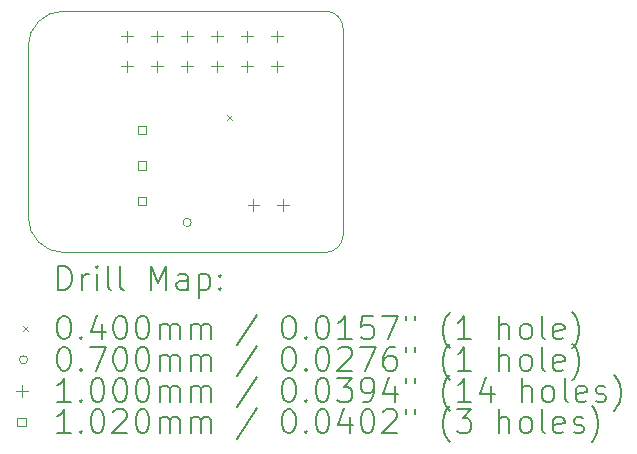
<source format=gbr>
%TF.GenerationSoftware,KiCad,Pcbnew,7.0.10*%
%TF.CreationDate,2024-02-05T22:52:13+01:00*%
%TF.ProjectId,PowerPCB,506f7765-7250-4434-922e-6b696361645f,rev?*%
%TF.SameCoordinates,Original*%
%TF.FileFunction,Drillmap*%
%TF.FilePolarity,Positive*%
%FSLAX45Y45*%
G04 Gerber Fmt 4.5, Leading zero omitted, Abs format (unit mm)*
G04 Created by KiCad (PCBNEW 7.0.10) date 2024-02-05 22:52:13*
%MOMM*%
%LPD*%
G01*
G04 APERTURE LIST*
%ADD10C,0.100000*%
%ADD11C,0.200000*%
%ADD12C,0.102000*%
G04 APERTURE END LIST*
D10*
X10000000Y-6144000D02*
G75*
G03*
X10300000Y-6444000I300000J0D01*
G01*
X12667000Y-4550000D02*
G75*
G03*
X12517000Y-4400000I-150000J0D01*
G01*
X10000000Y-4700000D02*
X10000000Y-6144000D01*
X12517000Y-6444000D02*
G75*
G03*
X12667000Y-6294000I-1200J151200D01*
G01*
X10300000Y-4400000D02*
G75*
G03*
X10000000Y-4700000I0J-300000D01*
G01*
X10300000Y-6444000D02*
X12517000Y-6444000D01*
X12667000Y-4550000D02*
X12667000Y-6294000D01*
X12517000Y-4400000D02*
X10300000Y-4400000D01*
D11*
D10*
X11681800Y-5281000D02*
X11721800Y-5321000D01*
X11721800Y-5281000D02*
X11681800Y-5321000D01*
X11381200Y-6190000D02*
G75*
G03*
X11311200Y-6190000I-35000J0D01*
G01*
X11311200Y-6190000D02*
G75*
G03*
X11381200Y-6190000I35000J0D01*
G01*
X10838200Y-4565200D02*
X10838200Y-4665200D01*
X10788200Y-4615200D02*
X10888200Y-4615200D01*
X10838200Y-4819200D02*
X10838200Y-4919200D01*
X10788200Y-4869200D02*
X10888200Y-4869200D01*
X11092200Y-4565200D02*
X11092200Y-4665200D01*
X11042200Y-4615200D02*
X11142200Y-4615200D01*
X11092200Y-4819200D02*
X11092200Y-4919200D01*
X11042200Y-4869200D02*
X11142200Y-4869200D01*
X11346200Y-4565200D02*
X11346200Y-4665200D01*
X11296200Y-4615200D02*
X11396200Y-4615200D01*
X11346200Y-4819200D02*
X11346200Y-4919200D01*
X11296200Y-4869200D02*
X11396200Y-4869200D01*
X11600200Y-4565200D02*
X11600200Y-4665200D01*
X11550200Y-4615200D02*
X11650200Y-4615200D01*
X11600200Y-4819200D02*
X11600200Y-4919200D01*
X11550200Y-4869200D02*
X11650200Y-4869200D01*
X11854200Y-4565200D02*
X11854200Y-4665200D01*
X11804200Y-4615200D02*
X11904200Y-4615200D01*
X11854200Y-4819200D02*
X11854200Y-4919200D01*
X11804200Y-4869200D02*
X11904200Y-4869200D01*
X11907000Y-5989300D02*
X11907000Y-6089300D01*
X11857000Y-6039300D02*
X11957000Y-6039300D01*
X12108200Y-4565200D02*
X12108200Y-4665200D01*
X12058200Y-4615200D02*
X12158200Y-4615200D01*
X12108200Y-4819200D02*
X12108200Y-4919200D01*
X12058200Y-4869200D02*
X12158200Y-4869200D01*
X12157000Y-5989300D02*
X12157000Y-6089300D01*
X12107000Y-6039300D02*
X12207000Y-6039300D01*
D12*
X11001463Y-5443463D02*
X11001463Y-5371337D01*
X10929337Y-5371337D01*
X10929337Y-5443463D01*
X11001463Y-5443463D01*
X11001463Y-5743463D02*
X11001463Y-5671337D01*
X10929337Y-5671337D01*
X10929337Y-5743463D01*
X11001463Y-5743463D01*
X11001463Y-6043463D02*
X11001463Y-5971337D01*
X10929337Y-5971337D01*
X10929337Y-6043463D01*
X11001463Y-6043463D01*
D11*
X10255777Y-6760484D02*
X10255777Y-6560484D01*
X10255777Y-6560484D02*
X10303396Y-6560484D01*
X10303396Y-6560484D02*
X10331967Y-6570008D01*
X10331967Y-6570008D02*
X10351015Y-6589055D01*
X10351015Y-6589055D02*
X10360539Y-6608103D01*
X10360539Y-6608103D02*
X10370063Y-6646198D01*
X10370063Y-6646198D02*
X10370063Y-6674769D01*
X10370063Y-6674769D02*
X10360539Y-6712865D01*
X10360539Y-6712865D02*
X10351015Y-6731912D01*
X10351015Y-6731912D02*
X10331967Y-6750960D01*
X10331967Y-6750960D02*
X10303396Y-6760484D01*
X10303396Y-6760484D02*
X10255777Y-6760484D01*
X10455777Y-6760484D02*
X10455777Y-6627150D01*
X10455777Y-6665246D02*
X10465301Y-6646198D01*
X10465301Y-6646198D02*
X10474824Y-6636674D01*
X10474824Y-6636674D02*
X10493872Y-6627150D01*
X10493872Y-6627150D02*
X10512920Y-6627150D01*
X10579586Y-6760484D02*
X10579586Y-6627150D01*
X10579586Y-6560484D02*
X10570063Y-6570008D01*
X10570063Y-6570008D02*
X10579586Y-6579531D01*
X10579586Y-6579531D02*
X10589110Y-6570008D01*
X10589110Y-6570008D02*
X10579586Y-6560484D01*
X10579586Y-6560484D02*
X10579586Y-6579531D01*
X10703396Y-6760484D02*
X10684348Y-6750960D01*
X10684348Y-6750960D02*
X10674824Y-6731912D01*
X10674824Y-6731912D02*
X10674824Y-6560484D01*
X10808158Y-6760484D02*
X10789110Y-6750960D01*
X10789110Y-6750960D02*
X10779586Y-6731912D01*
X10779586Y-6731912D02*
X10779586Y-6560484D01*
X11036729Y-6760484D02*
X11036729Y-6560484D01*
X11036729Y-6560484D02*
X11103396Y-6703341D01*
X11103396Y-6703341D02*
X11170063Y-6560484D01*
X11170063Y-6560484D02*
X11170063Y-6760484D01*
X11351015Y-6760484D02*
X11351015Y-6655722D01*
X11351015Y-6655722D02*
X11341491Y-6636674D01*
X11341491Y-6636674D02*
X11322443Y-6627150D01*
X11322443Y-6627150D02*
X11284348Y-6627150D01*
X11284348Y-6627150D02*
X11265301Y-6636674D01*
X11351015Y-6750960D02*
X11331967Y-6760484D01*
X11331967Y-6760484D02*
X11284348Y-6760484D01*
X11284348Y-6760484D02*
X11265301Y-6750960D01*
X11265301Y-6750960D02*
X11255777Y-6731912D01*
X11255777Y-6731912D02*
X11255777Y-6712865D01*
X11255777Y-6712865D02*
X11265301Y-6693817D01*
X11265301Y-6693817D02*
X11284348Y-6684293D01*
X11284348Y-6684293D02*
X11331967Y-6684293D01*
X11331967Y-6684293D02*
X11351015Y-6674769D01*
X11446253Y-6627150D02*
X11446253Y-6827150D01*
X11446253Y-6636674D02*
X11465301Y-6627150D01*
X11465301Y-6627150D02*
X11503396Y-6627150D01*
X11503396Y-6627150D02*
X11522443Y-6636674D01*
X11522443Y-6636674D02*
X11531967Y-6646198D01*
X11531967Y-6646198D02*
X11541491Y-6665246D01*
X11541491Y-6665246D02*
X11541491Y-6722388D01*
X11541491Y-6722388D02*
X11531967Y-6741436D01*
X11531967Y-6741436D02*
X11522443Y-6750960D01*
X11522443Y-6750960D02*
X11503396Y-6760484D01*
X11503396Y-6760484D02*
X11465301Y-6760484D01*
X11465301Y-6760484D02*
X11446253Y-6750960D01*
X11627205Y-6741436D02*
X11636729Y-6750960D01*
X11636729Y-6750960D02*
X11627205Y-6760484D01*
X11627205Y-6760484D02*
X11617682Y-6750960D01*
X11617682Y-6750960D02*
X11627205Y-6741436D01*
X11627205Y-6741436D02*
X11627205Y-6760484D01*
X11627205Y-6636674D02*
X11636729Y-6646198D01*
X11636729Y-6646198D02*
X11627205Y-6655722D01*
X11627205Y-6655722D02*
X11617682Y-6646198D01*
X11617682Y-6646198D02*
X11627205Y-6636674D01*
X11627205Y-6636674D02*
X11627205Y-6655722D01*
D10*
X9955000Y-7069000D02*
X9995000Y-7109000D01*
X9995000Y-7069000D02*
X9955000Y-7109000D01*
D11*
X10293872Y-6980484D02*
X10312920Y-6980484D01*
X10312920Y-6980484D02*
X10331967Y-6990008D01*
X10331967Y-6990008D02*
X10341491Y-6999531D01*
X10341491Y-6999531D02*
X10351015Y-7018579D01*
X10351015Y-7018579D02*
X10360539Y-7056674D01*
X10360539Y-7056674D02*
X10360539Y-7104293D01*
X10360539Y-7104293D02*
X10351015Y-7142388D01*
X10351015Y-7142388D02*
X10341491Y-7161436D01*
X10341491Y-7161436D02*
X10331967Y-7170960D01*
X10331967Y-7170960D02*
X10312920Y-7180484D01*
X10312920Y-7180484D02*
X10293872Y-7180484D01*
X10293872Y-7180484D02*
X10274824Y-7170960D01*
X10274824Y-7170960D02*
X10265301Y-7161436D01*
X10265301Y-7161436D02*
X10255777Y-7142388D01*
X10255777Y-7142388D02*
X10246253Y-7104293D01*
X10246253Y-7104293D02*
X10246253Y-7056674D01*
X10246253Y-7056674D02*
X10255777Y-7018579D01*
X10255777Y-7018579D02*
X10265301Y-6999531D01*
X10265301Y-6999531D02*
X10274824Y-6990008D01*
X10274824Y-6990008D02*
X10293872Y-6980484D01*
X10446253Y-7161436D02*
X10455777Y-7170960D01*
X10455777Y-7170960D02*
X10446253Y-7180484D01*
X10446253Y-7180484D02*
X10436729Y-7170960D01*
X10436729Y-7170960D02*
X10446253Y-7161436D01*
X10446253Y-7161436D02*
X10446253Y-7180484D01*
X10627205Y-7047150D02*
X10627205Y-7180484D01*
X10579586Y-6970960D02*
X10531967Y-7113817D01*
X10531967Y-7113817D02*
X10655777Y-7113817D01*
X10770063Y-6980484D02*
X10789110Y-6980484D01*
X10789110Y-6980484D02*
X10808158Y-6990008D01*
X10808158Y-6990008D02*
X10817682Y-6999531D01*
X10817682Y-6999531D02*
X10827205Y-7018579D01*
X10827205Y-7018579D02*
X10836729Y-7056674D01*
X10836729Y-7056674D02*
X10836729Y-7104293D01*
X10836729Y-7104293D02*
X10827205Y-7142388D01*
X10827205Y-7142388D02*
X10817682Y-7161436D01*
X10817682Y-7161436D02*
X10808158Y-7170960D01*
X10808158Y-7170960D02*
X10789110Y-7180484D01*
X10789110Y-7180484D02*
X10770063Y-7180484D01*
X10770063Y-7180484D02*
X10751015Y-7170960D01*
X10751015Y-7170960D02*
X10741491Y-7161436D01*
X10741491Y-7161436D02*
X10731967Y-7142388D01*
X10731967Y-7142388D02*
X10722444Y-7104293D01*
X10722444Y-7104293D02*
X10722444Y-7056674D01*
X10722444Y-7056674D02*
X10731967Y-7018579D01*
X10731967Y-7018579D02*
X10741491Y-6999531D01*
X10741491Y-6999531D02*
X10751015Y-6990008D01*
X10751015Y-6990008D02*
X10770063Y-6980484D01*
X10960539Y-6980484D02*
X10979586Y-6980484D01*
X10979586Y-6980484D02*
X10998634Y-6990008D01*
X10998634Y-6990008D02*
X11008158Y-6999531D01*
X11008158Y-6999531D02*
X11017682Y-7018579D01*
X11017682Y-7018579D02*
X11027205Y-7056674D01*
X11027205Y-7056674D02*
X11027205Y-7104293D01*
X11027205Y-7104293D02*
X11017682Y-7142388D01*
X11017682Y-7142388D02*
X11008158Y-7161436D01*
X11008158Y-7161436D02*
X10998634Y-7170960D01*
X10998634Y-7170960D02*
X10979586Y-7180484D01*
X10979586Y-7180484D02*
X10960539Y-7180484D01*
X10960539Y-7180484D02*
X10941491Y-7170960D01*
X10941491Y-7170960D02*
X10931967Y-7161436D01*
X10931967Y-7161436D02*
X10922444Y-7142388D01*
X10922444Y-7142388D02*
X10912920Y-7104293D01*
X10912920Y-7104293D02*
X10912920Y-7056674D01*
X10912920Y-7056674D02*
X10922444Y-7018579D01*
X10922444Y-7018579D02*
X10931967Y-6999531D01*
X10931967Y-6999531D02*
X10941491Y-6990008D01*
X10941491Y-6990008D02*
X10960539Y-6980484D01*
X11112920Y-7180484D02*
X11112920Y-7047150D01*
X11112920Y-7066198D02*
X11122444Y-7056674D01*
X11122444Y-7056674D02*
X11141491Y-7047150D01*
X11141491Y-7047150D02*
X11170063Y-7047150D01*
X11170063Y-7047150D02*
X11189110Y-7056674D01*
X11189110Y-7056674D02*
X11198634Y-7075722D01*
X11198634Y-7075722D02*
X11198634Y-7180484D01*
X11198634Y-7075722D02*
X11208158Y-7056674D01*
X11208158Y-7056674D02*
X11227205Y-7047150D01*
X11227205Y-7047150D02*
X11255777Y-7047150D01*
X11255777Y-7047150D02*
X11274824Y-7056674D01*
X11274824Y-7056674D02*
X11284348Y-7075722D01*
X11284348Y-7075722D02*
X11284348Y-7180484D01*
X11379586Y-7180484D02*
X11379586Y-7047150D01*
X11379586Y-7066198D02*
X11389110Y-7056674D01*
X11389110Y-7056674D02*
X11408158Y-7047150D01*
X11408158Y-7047150D02*
X11436729Y-7047150D01*
X11436729Y-7047150D02*
X11455777Y-7056674D01*
X11455777Y-7056674D02*
X11465301Y-7075722D01*
X11465301Y-7075722D02*
X11465301Y-7180484D01*
X11465301Y-7075722D02*
X11474824Y-7056674D01*
X11474824Y-7056674D02*
X11493872Y-7047150D01*
X11493872Y-7047150D02*
X11522443Y-7047150D01*
X11522443Y-7047150D02*
X11541491Y-7056674D01*
X11541491Y-7056674D02*
X11551015Y-7075722D01*
X11551015Y-7075722D02*
X11551015Y-7180484D01*
X11941491Y-6970960D02*
X11770063Y-7228103D01*
X12198634Y-6980484D02*
X12217682Y-6980484D01*
X12217682Y-6980484D02*
X12236729Y-6990008D01*
X12236729Y-6990008D02*
X12246253Y-6999531D01*
X12246253Y-6999531D02*
X12255777Y-7018579D01*
X12255777Y-7018579D02*
X12265301Y-7056674D01*
X12265301Y-7056674D02*
X12265301Y-7104293D01*
X12265301Y-7104293D02*
X12255777Y-7142388D01*
X12255777Y-7142388D02*
X12246253Y-7161436D01*
X12246253Y-7161436D02*
X12236729Y-7170960D01*
X12236729Y-7170960D02*
X12217682Y-7180484D01*
X12217682Y-7180484D02*
X12198634Y-7180484D01*
X12198634Y-7180484D02*
X12179586Y-7170960D01*
X12179586Y-7170960D02*
X12170063Y-7161436D01*
X12170063Y-7161436D02*
X12160539Y-7142388D01*
X12160539Y-7142388D02*
X12151015Y-7104293D01*
X12151015Y-7104293D02*
X12151015Y-7056674D01*
X12151015Y-7056674D02*
X12160539Y-7018579D01*
X12160539Y-7018579D02*
X12170063Y-6999531D01*
X12170063Y-6999531D02*
X12179586Y-6990008D01*
X12179586Y-6990008D02*
X12198634Y-6980484D01*
X12351015Y-7161436D02*
X12360539Y-7170960D01*
X12360539Y-7170960D02*
X12351015Y-7180484D01*
X12351015Y-7180484D02*
X12341491Y-7170960D01*
X12341491Y-7170960D02*
X12351015Y-7161436D01*
X12351015Y-7161436D02*
X12351015Y-7180484D01*
X12484348Y-6980484D02*
X12503396Y-6980484D01*
X12503396Y-6980484D02*
X12522444Y-6990008D01*
X12522444Y-6990008D02*
X12531967Y-6999531D01*
X12531967Y-6999531D02*
X12541491Y-7018579D01*
X12541491Y-7018579D02*
X12551015Y-7056674D01*
X12551015Y-7056674D02*
X12551015Y-7104293D01*
X12551015Y-7104293D02*
X12541491Y-7142388D01*
X12541491Y-7142388D02*
X12531967Y-7161436D01*
X12531967Y-7161436D02*
X12522444Y-7170960D01*
X12522444Y-7170960D02*
X12503396Y-7180484D01*
X12503396Y-7180484D02*
X12484348Y-7180484D01*
X12484348Y-7180484D02*
X12465301Y-7170960D01*
X12465301Y-7170960D02*
X12455777Y-7161436D01*
X12455777Y-7161436D02*
X12446253Y-7142388D01*
X12446253Y-7142388D02*
X12436729Y-7104293D01*
X12436729Y-7104293D02*
X12436729Y-7056674D01*
X12436729Y-7056674D02*
X12446253Y-7018579D01*
X12446253Y-7018579D02*
X12455777Y-6999531D01*
X12455777Y-6999531D02*
X12465301Y-6990008D01*
X12465301Y-6990008D02*
X12484348Y-6980484D01*
X12741491Y-7180484D02*
X12627206Y-7180484D01*
X12684348Y-7180484D02*
X12684348Y-6980484D01*
X12684348Y-6980484D02*
X12665301Y-7009055D01*
X12665301Y-7009055D02*
X12646253Y-7028103D01*
X12646253Y-7028103D02*
X12627206Y-7037627D01*
X12922444Y-6980484D02*
X12827206Y-6980484D01*
X12827206Y-6980484D02*
X12817682Y-7075722D01*
X12817682Y-7075722D02*
X12827206Y-7066198D01*
X12827206Y-7066198D02*
X12846253Y-7056674D01*
X12846253Y-7056674D02*
X12893872Y-7056674D01*
X12893872Y-7056674D02*
X12912920Y-7066198D01*
X12912920Y-7066198D02*
X12922444Y-7075722D01*
X12922444Y-7075722D02*
X12931967Y-7094769D01*
X12931967Y-7094769D02*
X12931967Y-7142388D01*
X12931967Y-7142388D02*
X12922444Y-7161436D01*
X12922444Y-7161436D02*
X12912920Y-7170960D01*
X12912920Y-7170960D02*
X12893872Y-7180484D01*
X12893872Y-7180484D02*
X12846253Y-7180484D01*
X12846253Y-7180484D02*
X12827206Y-7170960D01*
X12827206Y-7170960D02*
X12817682Y-7161436D01*
X12998634Y-6980484D02*
X13131967Y-6980484D01*
X13131967Y-6980484D02*
X13046253Y-7180484D01*
X13198634Y-6980484D02*
X13198634Y-7018579D01*
X13274825Y-6980484D02*
X13274825Y-7018579D01*
X13570063Y-7256674D02*
X13560539Y-7247150D01*
X13560539Y-7247150D02*
X13541491Y-7218579D01*
X13541491Y-7218579D02*
X13531968Y-7199531D01*
X13531968Y-7199531D02*
X13522444Y-7170960D01*
X13522444Y-7170960D02*
X13512920Y-7123341D01*
X13512920Y-7123341D02*
X13512920Y-7085246D01*
X13512920Y-7085246D02*
X13522444Y-7037627D01*
X13522444Y-7037627D02*
X13531968Y-7009055D01*
X13531968Y-7009055D02*
X13541491Y-6990008D01*
X13541491Y-6990008D02*
X13560539Y-6961436D01*
X13560539Y-6961436D02*
X13570063Y-6951912D01*
X13751015Y-7180484D02*
X13636729Y-7180484D01*
X13693872Y-7180484D02*
X13693872Y-6980484D01*
X13693872Y-6980484D02*
X13674825Y-7009055D01*
X13674825Y-7009055D02*
X13655777Y-7028103D01*
X13655777Y-7028103D02*
X13636729Y-7037627D01*
X13989110Y-7180484D02*
X13989110Y-6980484D01*
X14074825Y-7180484D02*
X14074825Y-7075722D01*
X14074825Y-7075722D02*
X14065301Y-7056674D01*
X14065301Y-7056674D02*
X14046253Y-7047150D01*
X14046253Y-7047150D02*
X14017682Y-7047150D01*
X14017682Y-7047150D02*
X13998634Y-7056674D01*
X13998634Y-7056674D02*
X13989110Y-7066198D01*
X14198634Y-7180484D02*
X14179587Y-7170960D01*
X14179587Y-7170960D02*
X14170063Y-7161436D01*
X14170063Y-7161436D02*
X14160539Y-7142388D01*
X14160539Y-7142388D02*
X14160539Y-7085246D01*
X14160539Y-7085246D02*
X14170063Y-7066198D01*
X14170063Y-7066198D02*
X14179587Y-7056674D01*
X14179587Y-7056674D02*
X14198634Y-7047150D01*
X14198634Y-7047150D02*
X14227206Y-7047150D01*
X14227206Y-7047150D02*
X14246253Y-7056674D01*
X14246253Y-7056674D02*
X14255777Y-7066198D01*
X14255777Y-7066198D02*
X14265301Y-7085246D01*
X14265301Y-7085246D02*
X14265301Y-7142388D01*
X14265301Y-7142388D02*
X14255777Y-7161436D01*
X14255777Y-7161436D02*
X14246253Y-7170960D01*
X14246253Y-7170960D02*
X14227206Y-7180484D01*
X14227206Y-7180484D02*
X14198634Y-7180484D01*
X14379587Y-7180484D02*
X14360539Y-7170960D01*
X14360539Y-7170960D02*
X14351015Y-7151912D01*
X14351015Y-7151912D02*
X14351015Y-6980484D01*
X14531968Y-7170960D02*
X14512920Y-7180484D01*
X14512920Y-7180484D02*
X14474825Y-7180484D01*
X14474825Y-7180484D02*
X14455777Y-7170960D01*
X14455777Y-7170960D02*
X14446253Y-7151912D01*
X14446253Y-7151912D02*
X14446253Y-7075722D01*
X14446253Y-7075722D02*
X14455777Y-7056674D01*
X14455777Y-7056674D02*
X14474825Y-7047150D01*
X14474825Y-7047150D02*
X14512920Y-7047150D01*
X14512920Y-7047150D02*
X14531968Y-7056674D01*
X14531968Y-7056674D02*
X14541491Y-7075722D01*
X14541491Y-7075722D02*
X14541491Y-7094769D01*
X14541491Y-7094769D02*
X14446253Y-7113817D01*
X14608158Y-7256674D02*
X14617682Y-7247150D01*
X14617682Y-7247150D02*
X14636730Y-7218579D01*
X14636730Y-7218579D02*
X14646253Y-7199531D01*
X14646253Y-7199531D02*
X14655777Y-7170960D01*
X14655777Y-7170960D02*
X14665301Y-7123341D01*
X14665301Y-7123341D02*
X14665301Y-7085246D01*
X14665301Y-7085246D02*
X14655777Y-7037627D01*
X14655777Y-7037627D02*
X14646253Y-7009055D01*
X14646253Y-7009055D02*
X14636730Y-6990008D01*
X14636730Y-6990008D02*
X14617682Y-6961436D01*
X14617682Y-6961436D02*
X14608158Y-6951912D01*
D10*
X9995000Y-7353000D02*
G75*
G03*
X9925000Y-7353000I-35000J0D01*
G01*
X9925000Y-7353000D02*
G75*
G03*
X9995000Y-7353000I35000J0D01*
G01*
D11*
X10293872Y-7244484D02*
X10312920Y-7244484D01*
X10312920Y-7244484D02*
X10331967Y-7254008D01*
X10331967Y-7254008D02*
X10341491Y-7263531D01*
X10341491Y-7263531D02*
X10351015Y-7282579D01*
X10351015Y-7282579D02*
X10360539Y-7320674D01*
X10360539Y-7320674D02*
X10360539Y-7368293D01*
X10360539Y-7368293D02*
X10351015Y-7406388D01*
X10351015Y-7406388D02*
X10341491Y-7425436D01*
X10341491Y-7425436D02*
X10331967Y-7434960D01*
X10331967Y-7434960D02*
X10312920Y-7444484D01*
X10312920Y-7444484D02*
X10293872Y-7444484D01*
X10293872Y-7444484D02*
X10274824Y-7434960D01*
X10274824Y-7434960D02*
X10265301Y-7425436D01*
X10265301Y-7425436D02*
X10255777Y-7406388D01*
X10255777Y-7406388D02*
X10246253Y-7368293D01*
X10246253Y-7368293D02*
X10246253Y-7320674D01*
X10246253Y-7320674D02*
X10255777Y-7282579D01*
X10255777Y-7282579D02*
X10265301Y-7263531D01*
X10265301Y-7263531D02*
X10274824Y-7254008D01*
X10274824Y-7254008D02*
X10293872Y-7244484D01*
X10446253Y-7425436D02*
X10455777Y-7434960D01*
X10455777Y-7434960D02*
X10446253Y-7444484D01*
X10446253Y-7444484D02*
X10436729Y-7434960D01*
X10436729Y-7434960D02*
X10446253Y-7425436D01*
X10446253Y-7425436D02*
X10446253Y-7444484D01*
X10522444Y-7244484D02*
X10655777Y-7244484D01*
X10655777Y-7244484D02*
X10570063Y-7444484D01*
X10770063Y-7244484D02*
X10789110Y-7244484D01*
X10789110Y-7244484D02*
X10808158Y-7254008D01*
X10808158Y-7254008D02*
X10817682Y-7263531D01*
X10817682Y-7263531D02*
X10827205Y-7282579D01*
X10827205Y-7282579D02*
X10836729Y-7320674D01*
X10836729Y-7320674D02*
X10836729Y-7368293D01*
X10836729Y-7368293D02*
X10827205Y-7406388D01*
X10827205Y-7406388D02*
X10817682Y-7425436D01*
X10817682Y-7425436D02*
X10808158Y-7434960D01*
X10808158Y-7434960D02*
X10789110Y-7444484D01*
X10789110Y-7444484D02*
X10770063Y-7444484D01*
X10770063Y-7444484D02*
X10751015Y-7434960D01*
X10751015Y-7434960D02*
X10741491Y-7425436D01*
X10741491Y-7425436D02*
X10731967Y-7406388D01*
X10731967Y-7406388D02*
X10722444Y-7368293D01*
X10722444Y-7368293D02*
X10722444Y-7320674D01*
X10722444Y-7320674D02*
X10731967Y-7282579D01*
X10731967Y-7282579D02*
X10741491Y-7263531D01*
X10741491Y-7263531D02*
X10751015Y-7254008D01*
X10751015Y-7254008D02*
X10770063Y-7244484D01*
X10960539Y-7244484D02*
X10979586Y-7244484D01*
X10979586Y-7244484D02*
X10998634Y-7254008D01*
X10998634Y-7254008D02*
X11008158Y-7263531D01*
X11008158Y-7263531D02*
X11017682Y-7282579D01*
X11017682Y-7282579D02*
X11027205Y-7320674D01*
X11027205Y-7320674D02*
X11027205Y-7368293D01*
X11027205Y-7368293D02*
X11017682Y-7406388D01*
X11017682Y-7406388D02*
X11008158Y-7425436D01*
X11008158Y-7425436D02*
X10998634Y-7434960D01*
X10998634Y-7434960D02*
X10979586Y-7444484D01*
X10979586Y-7444484D02*
X10960539Y-7444484D01*
X10960539Y-7444484D02*
X10941491Y-7434960D01*
X10941491Y-7434960D02*
X10931967Y-7425436D01*
X10931967Y-7425436D02*
X10922444Y-7406388D01*
X10922444Y-7406388D02*
X10912920Y-7368293D01*
X10912920Y-7368293D02*
X10912920Y-7320674D01*
X10912920Y-7320674D02*
X10922444Y-7282579D01*
X10922444Y-7282579D02*
X10931967Y-7263531D01*
X10931967Y-7263531D02*
X10941491Y-7254008D01*
X10941491Y-7254008D02*
X10960539Y-7244484D01*
X11112920Y-7444484D02*
X11112920Y-7311150D01*
X11112920Y-7330198D02*
X11122444Y-7320674D01*
X11122444Y-7320674D02*
X11141491Y-7311150D01*
X11141491Y-7311150D02*
X11170063Y-7311150D01*
X11170063Y-7311150D02*
X11189110Y-7320674D01*
X11189110Y-7320674D02*
X11198634Y-7339722D01*
X11198634Y-7339722D02*
X11198634Y-7444484D01*
X11198634Y-7339722D02*
X11208158Y-7320674D01*
X11208158Y-7320674D02*
X11227205Y-7311150D01*
X11227205Y-7311150D02*
X11255777Y-7311150D01*
X11255777Y-7311150D02*
X11274824Y-7320674D01*
X11274824Y-7320674D02*
X11284348Y-7339722D01*
X11284348Y-7339722D02*
X11284348Y-7444484D01*
X11379586Y-7444484D02*
X11379586Y-7311150D01*
X11379586Y-7330198D02*
X11389110Y-7320674D01*
X11389110Y-7320674D02*
X11408158Y-7311150D01*
X11408158Y-7311150D02*
X11436729Y-7311150D01*
X11436729Y-7311150D02*
X11455777Y-7320674D01*
X11455777Y-7320674D02*
X11465301Y-7339722D01*
X11465301Y-7339722D02*
X11465301Y-7444484D01*
X11465301Y-7339722D02*
X11474824Y-7320674D01*
X11474824Y-7320674D02*
X11493872Y-7311150D01*
X11493872Y-7311150D02*
X11522443Y-7311150D01*
X11522443Y-7311150D02*
X11541491Y-7320674D01*
X11541491Y-7320674D02*
X11551015Y-7339722D01*
X11551015Y-7339722D02*
X11551015Y-7444484D01*
X11941491Y-7234960D02*
X11770063Y-7492103D01*
X12198634Y-7244484D02*
X12217682Y-7244484D01*
X12217682Y-7244484D02*
X12236729Y-7254008D01*
X12236729Y-7254008D02*
X12246253Y-7263531D01*
X12246253Y-7263531D02*
X12255777Y-7282579D01*
X12255777Y-7282579D02*
X12265301Y-7320674D01*
X12265301Y-7320674D02*
X12265301Y-7368293D01*
X12265301Y-7368293D02*
X12255777Y-7406388D01*
X12255777Y-7406388D02*
X12246253Y-7425436D01*
X12246253Y-7425436D02*
X12236729Y-7434960D01*
X12236729Y-7434960D02*
X12217682Y-7444484D01*
X12217682Y-7444484D02*
X12198634Y-7444484D01*
X12198634Y-7444484D02*
X12179586Y-7434960D01*
X12179586Y-7434960D02*
X12170063Y-7425436D01*
X12170063Y-7425436D02*
X12160539Y-7406388D01*
X12160539Y-7406388D02*
X12151015Y-7368293D01*
X12151015Y-7368293D02*
X12151015Y-7320674D01*
X12151015Y-7320674D02*
X12160539Y-7282579D01*
X12160539Y-7282579D02*
X12170063Y-7263531D01*
X12170063Y-7263531D02*
X12179586Y-7254008D01*
X12179586Y-7254008D02*
X12198634Y-7244484D01*
X12351015Y-7425436D02*
X12360539Y-7434960D01*
X12360539Y-7434960D02*
X12351015Y-7444484D01*
X12351015Y-7444484D02*
X12341491Y-7434960D01*
X12341491Y-7434960D02*
X12351015Y-7425436D01*
X12351015Y-7425436D02*
X12351015Y-7444484D01*
X12484348Y-7244484D02*
X12503396Y-7244484D01*
X12503396Y-7244484D02*
X12522444Y-7254008D01*
X12522444Y-7254008D02*
X12531967Y-7263531D01*
X12531967Y-7263531D02*
X12541491Y-7282579D01*
X12541491Y-7282579D02*
X12551015Y-7320674D01*
X12551015Y-7320674D02*
X12551015Y-7368293D01*
X12551015Y-7368293D02*
X12541491Y-7406388D01*
X12541491Y-7406388D02*
X12531967Y-7425436D01*
X12531967Y-7425436D02*
X12522444Y-7434960D01*
X12522444Y-7434960D02*
X12503396Y-7444484D01*
X12503396Y-7444484D02*
X12484348Y-7444484D01*
X12484348Y-7444484D02*
X12465301Y-7434960D01*
X12465301Y-7434960D02*
X12455777Y-7425436D01*
X12455777Y-7425436D02*
X12446253Y-7406388D01*
X12446253Y-7406388D02*
X12436729Y-7368293D01*
X12436729Y-7368293D02*
X12436729Y-7320674D01*
X12436729Y-7320674D02*
X12446253Y-7282579D01*
X12446253Y-7282579D02*
X12455777Y-7263531D01*
X12455777Y-7263531D02*
X12465301Y-7254008D01*
X12465301Y-7254008D02*
X12484348Y-7244484D01*
X12627206Y-7263531D02*
X12636729Y-7254008D01*
X12636729Y-7254008D02*
X12655777Y-7244484D01*
X12655777Y-7244484D02*
X12703396Y-7244484D01*
X12703396Y-7244484D02*
X12722444Y-7254008D01*
X12722444Y-7254008D02*
X12731967Y-7263531D01*
X12731967Y-7263531D02*
X12741491Y-7282579D01*
X12741491Y-7282579D02*
X12741491Y-7301627D01*
X12741491Y-7301627D02*
X12731967Y-7330198D01*
X12731967Y-7330198D02*
X12617682Y-7444484D01*
X12617682Y-7444484D02*
X12741491Y-7444484D01*
X12808158Y-7244484D02*
X12941491Y-7244484D01*
X12941491Y-7244484D02*
X12855777Y-7444484D01*
X13103396Y-7244484D02*
X13065301Y-7244484D01*
X13065301Y-7244484D02*
X13046253Y-7254008D01*
X13046253Y-7254008D02*
X13036729Y-7263531D01*
X13036729Y-7263531D02*
X13017682Y-7292103D01*
X13017682Y-7292103D02*
X13008158Y-7330198D01*
X13008158Y-7330198D02*
X13008158Y-7406388D01*
X13008158Y-7406388D02*
X13017682Y-7425436D01*
X13017682Y-7425436D02*
X13027206Y-7434960D01*
X13027206Y-7434960D02*
X13046253Y-7444484D01*
X13046253Y-7444484D02*
X13084348Y-7444484D01*
X13084348Y-7444484D02*
X13103396Y-7434960D01*
X13103396Y-7434960D02*
X13112920Y-7425436D01*
X13112920Y-7425436D02*
X13122444Y-7406388D01*
X13122444Y-7406388D02*
X13122444Y-7358769D01*
X13122444Y-7358769D02*
X13112920Y-7339722D01*
X13112920Y-7339722D02*
X13103396Y-7330198D01*
X13103396Y-7330198D02*
X13084348Y-7320674D01*
X13084348Y-7320674D02*
X13046253Y-7320674D01*
X13046253Y-7320674D02*
X13027206Y-7330198D01*
X13027206Y-7330198D02*
X13017682Y-7339722D01*
X13017682Y-7339722D02*
X13008158Y-7358769D01*
X13198634Y-7244484D02*
X13198634Y-7282579D01*
X13274825Y-7244484D02*
X13274825Y-7282579D01*
X13570063Y-7520674D02*
X13560539Y-7511150D01*
X13560539Y-7511150D02*
X13541491Y-7482579D01*
X13541491Y-7482579D02*
X13531968Y-7463531D01*
X13531968Y-7463531D02*
X13522444Y-7434960D01*
X13522444Y-7434960D02*
X13512920Y-7387341D01*
X13512920Y-7387341D02*
X13512920Y-7349246D01*
X13512920Y-7349246D02*
X13522444Y-7301627D01*
X13522444Y-7301627D02*
X13531968Y-7273055D01*
X13531968Y-7273055D02*
X13541491Y-7254008D01*
X13541491Y-7254008D02*
X13560539Y-7225436D01*
X13560539Y-7225436D02*
X13570063Y-7215912D01*
X13751015Y-7444484D02*
X13636729Y-7444484D01*
X13693872Y-7444484D02*
X13693872Y-7244484D01*
X13693872Y-7244484D02*
X13674825Y-7273055D01*
X13674825Y-7273055D02*
X13655777Y-7292103D01*
X13655777Y-7292103D02*
X13636729Y-7301627D01*
X13989110Y-7444484D02*
X13989110Y-7244484D01*
X14074825Y-7444484D02*
X14074825Y-7339722D01*
X14074825Y-7339722D02*
X14065301Y-7320674D01*
X14065301Y-7320674D02*
X14046253Y-7311150D01*
X14046253Y-7311150D02*
X14017682Y-7311150D01*
X14017682Y-7311150D02*
X13998634Y-7320674D01*
X13998634Y-7320674D02*
X13989110Y-7330198D01*
X14198634Y-7444484D02*
X14179587Y-7434960D01*
X14179587Y-7434960D02*
X14170063Y-7425436D01*
X14170063Y-7425436D02*
X14160539Y-7406388D01*
X14160539Y-7406388D02*
X14160539Y-7349246D01*
X14160539Y-7349246D02*
X14170063Y-7330198D01*
X14170063Y-7330198D02*
X14179587Y-7320674D01*
X14179587Y-7320674D02*
X14198634Y-7311150D01*
X14198634Y-7311150D02*
X14227206Y-7311150D01*
X14227206Y-7311150D02*
X14246253Y-7320674D01*
X14246253Y-7320674D02*
X14255777Y-7330198D01*
X14255777Y-7330198D02*
X14265301Y-7349246D01*
X14265301Y-7349246D02*
X14265301Y-7406388D01*
X14265301Y-7406388D02*
X14255777Y-7425436D01*
X14255777Y-7425436D02*
X14246253Y-7434960D01*
X14246253Y-7434960D02*
X14227206Y-7444484D01*
X14227206Y-7444484D02*
X14198634Y-7444484D01*
X14379587Y-7444484D02*
X14360539Y-7434960D01*
X14360539Y-7434960D02*
X14351015Y-7415912D01*
X14351015Y-7415912D02*
X14351015Y-7244484D01*
X14531968Y-7434960D02*
X14512920Y-7444484D01*
X14512920Y-7444484D02*
X14474825Y-7444484D01*
X14474825Y-7444484D02*
X14455777Y-7434960D01*
X14455777Y-7434960D02*
X14446253Y-7415912D01*
X14446253Y-7415912D02*
X14446253Y-7339722D01*
X14446253Y-7339722D02*
X14455777Y-7320674D01*
X14455777Y-7320674D02*
X14474825Y-7311150D01*
X14474825Y-7311150D02*
X14512920Y-7311150D01*
X14512920Y-7311150D02*
X14531968Y-7320674D01*
X14531968Y-7320674D02*
X14541491Y-7339722D01*
X14541491Y-7339722D02*
X14541491Y-7358769D01*
X14541491Y-7358769D02*
X14446253Y-7377817D01*
X14608158Y-7520674D02*
X14617682Y-7511150D01*
X14617682Y-7511150D02*
X14636730Y-7482579D01*
X14636730Y-7482579D02*
X14646253Y-7463531D01*
X14646253Y-7463531D02*
X14655777Y-7434960D01*
X14655777Y-7434960D02*
X14665301Y-7387341D01*
X14665301Y-7387341D02*
X14665301Y-7349246D01*
X14665301Y-7349246D02*
X14655777Y-7301627D01*
X14655777Y-7301627D02*
X14646253Y-7273055D01*
X14646253Y-7273055D02*
X14636730Y-7254008D01*
X14636730Y-7254008D02*
X14617682Y-7225436D01*
X14617682Y-7225436D02*
X14608158Y-7215912D01*
D10*
X9945000Y-7567000D02*
X9945000Y-7667000D01*
X9895000Y-7617000D02*
X9995000Y-7617000D01*
D11*
X10360539Y-7708484D02*
X10246253Y-7708484D01*
X10303396Y-7708484D02*
X10303396Y-7508484D01*
X10303396Y-7508484D02*
X10284348Y-7537055D01*
X10284348Y-7537055D02*
X10265301Y-7556103D01*
X10265301Y-7556103D02*
X10246253Y-7565627D01*
X10446253Y-7689436D02*
X10455777Y-7698960D01*
X10455777Y-7698960D02*
X10446253Y-7708484D01*
X10446253Y-7708484D02*
X10436729Y-7698960D01*
X10436729Y-7698960D02*
X10446253Y-7689436D01*
X10446253Y-7689436D02*
X10446253Y-7708484D01*
X10579586Y-7508484D02*
X10598634Y-7508484D01*
X10598634Y-7508484D02*
X10617682Y-7518008D01*
X10617682Y-7518008D02*
X10627205Y-7527531D01*
X10627205Y-7527531D02*
X10636729Y-7546579D01*
X10636729Y-7546579D02*
X10646253Y-7584674D01*
X10646253Y-7584674D02*
X10646253Y-7632293D01*
X10646253Y-7632293D02*
X10636729Y-7670388D01*
X10636729Y-7670388D02*
X10627205Y-7689436D01*
X10627205Y-7689436D02*
X10617682Y-7698960D01*
X10617682Y-7698960D02*
X10598634Y-7708484D01*
X10598634Y-7708484D02*
X10579586Y-7708484D01*
X10579586Y-7708484D02*
X10560539Y-7698960D01*
X10560539Y-7698960D02*
X10551015Y-7689436D01*
X10551015Y-7689436D02*
X10541491Y-7670388D01*
X10541491Y-7670388D02*
X10531967Y-7632293D01*
X10531967Y-7632293D02*
X10531967Y-7584674D01*
X10531967Y-7584674D02*
X10541491Y-7546579D01*
X10541491Y-7546579D02*
X10551015Y-7527531D01*
X10551015Y-7527531D02*
X10560539Y-7518008D01*
X10560539Y-7518008D02*
X10579586Y-7508484D01*
X10770063Y-7508484D02*
X10789110Y-7508484D01*
X10789110Y-7508484D02*
X10808158Y-7518008D01*
X10808158Y-7518008D02*
X10817682Y-7527531D01*
X10817682Y-7527531D02*
X10827205Y-7546579D01*
X10827205Y-7546579D02*
X10836729Y-7584674D01*
X10836729Y-7584674D02*
X10836729Y-7632293D01*
X10836729Y-7632293D02*
X10827205Y-7670388D01*
X10827205Y-7670388D02*
X10817682Y-7689436D01*
X10817682Y-7689436D02*
X10808158Y-7698960D01*
X10808158Y-7698960D02*
X10789110Y-7708484D01*
X10789110Y-7708484D02*
X10770063Y-7708484D01*
X10770063Y-7708484D02*
X10751015Y-7698960D01*
X10751015Y-7698960D02*
X10741491Y-7689436D01*
X10741491Y-7689436D02*
X10731967Y-7670388D01*
X10731967Y-7670388D02*
X10722444Y-7632293D01*
X10722444Y-7632293D02*
X10722444Y-7584674D01*
X10722444Y-7584674D02*
X10731967Y-7546579D01*
X10731967Y-7546579D02*
X10741491Y-7527531D01*
X10741491Y-7527531D02*
X10751015Y-7518008D01*
X10751015Y-7518008D02*
X10770063Y-7508484D01*
X10960539Y-7508484D02*
X10979586Y-7508484D01*
X10979586Y-7508484D02*
X10998634Y-7518008D01*
X10998634Y-7518008D02*
X11008158Y-7527531D01*
X11008158Y-7527531D02*
X11017682Y-7546579D01*
X11017682Y-7546579D02*
X11027205Y-7584674D01*
X11027205Y-7584674D02*
X11027205Y-7632293D01*
X11027205Y-7632293D02*
X11017682Y-7670388D01*
X11017682Y-7670388D02*
X11008158Y-7689436D01*
X11008158Y-7689436D02*
X10998634Y-7698960D01*
X10998634Y-7698960D02*
X10979586Y-7708484D01*
X10979586Y-7708484D02*
X10960539Y-7708484D01*
X10960539Y-7708484D02*
X10941491Y-7698960D01*
X10941491Y-7698960D02*
X10931967Y-7689436D01*
X10931967Y-7689436D02*
X10922444Y-7670388D01*
X10922444Y-7670388D02*
X10912920Y-7632293D01*
X10912920Y-7632293D02*
X10912920Y-7584674D01*
X10912920Y-7584674D02*
X10922444Y-7546579D01*
X10922444Y-7546579D02*
X10931967Y-7527531D01*
X10931967Y-7527531D02*
X10941491Y-7518008D01*
X10941491Y-7518008D02*
X10960539Y-7508484D01*
X11112920Y-7708484D02*
X11112920Y-7575150D01*
X11112920Y-7594198D02*
X11122444Y-7584674D01*
X11122444Y-7584674D02*
X11141491Y-7575150D01*
X11141491Y-7575150D02*
X11170063Y-7575150D01*
X11170063Y-7575150D02*
X11189110Y-7584674D01*
X11189110Y-7584674D02*
X11198634Y-7603722D01*
X11198634Y-7603722D02*
X11198634Y-7708484D01*
X11198634Y-7603722D02*
X11208158Y-7584674D01*
X11208158Y-7584674D02*
X11227205Y-7575150D01*
X11227205Y-7575150D02*
X11255777Y-7575150D01*
X11255777Y-7575150D02*
X11274824Y-7584674D01*
X11274824Y-7584674D02*
X11284348Y-7603722D01*
X11284348Y-7603722D02*
X11284348Y-7708484D01*
X11379586Y-7708484D02*
X11379586Y-7575150D01*
X11379586Y-7594198D02*
X11389110Y-7584674D01*
X11389110Y-7584674D02*
X11408158Y-7575150D01*
X11408158Y-7575150D02*
X11436729Y-7575150D01*
X11436729Y-7575150D02*
X11455777Y-7584674D01*
X11455777Y-7584674D02*
X11465301Y-7603722D01*
X11465301Y-7603722D02*
X11465301Y-7708484D01*
X11465301Y-7603722D02*
X11474824Y-7584674D01*
X11474824Y-7584674D02*
X11493872Y-7575150D01*
X11493872Y-7575150D02*
X11522443Y-7575150D01*
X11522443Y-7575150D02*
X11541491Y-7584674D01*
X11541491Y-7584674D02*
X11551015Y-7603722D01*
X11551015Y-7603722D02*
X11551015Y-7708484D01*
X11941491Y-7498960D02*
X11770063Y-7756103D01*
X12198634Y-7508484D02*
X12217682Y-7508484D01*
X12217682Y-7508484D02*
X12236729Y-7518008D01*
X12236729Y-7518008D02*
X12246253Y-7527531D01*
X12246253Y-7527531D02*
X12255777Y-7546579D01*
X12255777Y-7546579D02*
X12265301Y-7584674D01*
X12265301Y-7584674D02*
X12265301Y-7632293D01*
X12265301Y-7632293D02*
X12255777Y-7670388D01*
X12255777Y-7670388D02*
X12246253Y-7689436D01*
X12246253Y-7689436D02*
X12236729Y-7698960D01*
X12236729Y-7698960D02*
X12217682Y-7708484D01*
X12217682Y-7708484D02*
X12198634Y-7708484D01*
X12198634Y-7708484D02*
X12179586Y-7698960D01*
X12179586Y-7698960D02*
X12170063Y-7689436D01*
X12170063Y-7689436D02*
X12160539Y-7670388D01*
X12160539Y-7670388D02*
X12151015Y-7632293D01*
X12151015Y-7632293D02*
X12151015Y-7584674D01*
X12151015Y-7584674D02*
X12160539Y-7546579D01*
X12160539Y-7546579D02*
X12170063Y-7527531D01*
X12170063Y-7527531D02*
X12179586Y-7518008D01*
X12179586Y-7518008D02*
X12198634Y-7508484D01*
X12351015Y-7689436D02*
X12360539Y-7698960D01*
X12360539Y-7698960D02*
X12351015Y-7708484D01*
X12351015Y-7708484D02*
X12341491Y-7698960D01*
X12341491Y-7698960D02*
X12351015Y-7689436D01*
X12351015Y-7689436D02*
X12351015Y-7708484D01*
X12484348Y-7508484D02*
X12503396Y-7508484D01*
X12503396Y-7508484D02*
X12522444Y-7518008D01*
X12522444Y-7518008D02*
X12531967Y-7527531D01*
X12531967Y-7527531D02*
X12541491Y-7546579D01*
X12541491Y-7546579D02*
X12551015Y-7584674D01*
X12551015Y-7584674D02*
X12551015Y-7632293D01*
X12551015Y-7632293D02*
X12541491Y-7670388D01*
X12541491Y-7670388D02*
X12531967Y-7689436D01*
X12531967Y-7689436D02*
X12522444Y-7698960D01*
X12522444Y-7698960D02*
X12503396Y-7708484D01*
X12503396Y-7708484D02*
X12484348Y-7708484D01*
X12484348Y-7708484D02*
X12465301Y-7698960D01*
X12465301Y-7698960D02*
X12455777Y-7689436D01*
X12455777Y-7689436D02*
X12446253Y-7670388D01*
X12446253Y-7670388D02*
X12436729Y-7632293D01*
X12436729Y-7632293D02*
X12436729Y-7584674D01*
X12436729Y-7584674D02*
X12446253Y-7546579D01*
X12446253Y-7546579D02*
X12455777Y-7527531D01*
X12455777Y-7527531D02*
X12465301Y-7518008D01*
X12465301Y-7518008D02*
X12484348Y-7508484D01*
X12617682Y-7508484D02*
X12741491Y-7508484D01*
X12741491Y-7508484D02*
X12674825Y-7584674D01*
X12674825Y-7584674D02*
X12703396Y-7584674D01*
X12703396Y-7584674D02*
X12722444Y-7594198D01*
X12722444Y-7594198D02*
X12731967Y-7603722D01*
X12731967Y-7603722D02*
X12741491Y-7622769D01*
X12741491Y-7622769D02*
X12741491Y-7670388D01*
X12741491Y-7670388D02*
X12731967Y-7689436D01*
X12731967Y-7689436D02*
X12722444Y-7698960D01*
X12722444Y-7698960D02*
X12703396Y-7708484D01*
X12703396Y-7708484D02*
X12646253Y-7708484D01*
X12646253Y-7708484D02*
X12627206Y-7698960D01*
X12627206Y-7698960D02*
X12617682Y-7689436D01*
X12836729Y-7708484D02*
X12874825Y-7708484D01*
X12874825Y-7708484D02*
X12893872Y-7698960D01*
X12893872Y-7698960D02*
X12903396Y-7689436D01*
X12903396Y-7689436D02*
X12922444Y-7660865D01*
X12922444Y-7660865D02*
X12931967Y-7622769D01*
X12931967Y-7622769D02*
X12931967Y-7546579D01*
X12931967Y-7546579D02*
X12922444Y-7527531D01*
X12922444Y-7527531D02*
X12912920Y-7518008D01*
X12912920Y-7518008D02*
X12893872Y-7508484D01*
X12893872Y-7508484D02*
X12855777Y-7508484D01*
X12855777Y-7508484D02*
X12836729Y-7518008D01*
X12836729Y-7518008D02*
X12827206Y-7527531D01*
X12827206Y-7527531D02*
X12817682Y-7546579D01*
X12817682Y-7546579D02*
X12817682Y-7594198D01*
X12817682Y-7594198D02*
X12827206Y-7613246D01*
X12827206Y-7613246D02*
X12836729Y-7622769D01*
X12836729Y-7622769D02*
X12855777Y-7632293D01*
X12855777Y-7632293D02*
X12893872Y-7632293D01*
X12893872Y-7632293D02*
X12912920Y-7622769D01*
X12912920Y-7622769D02*
X12922444Y-7613246D01*
X12922444Y-7613246D02*
X12931967Y-7594198D01*
X13103396Y-7575150D02*
X13103396Y-7708484D01*
X13055777Y-7498960D02*
X13008158Y-7641817D01*
X13008158Y-7641817D02*
X13131967Y-7641817D01*
X13198634Y-7508484D02*
X13198634Y-7546579D01*
X13274825Y-7508484D02*
X13274825Y-7546579D01*
X13570063Y-7784674D02*
X13560539Y-7775150D01*
X13560539Y-7775150D02*
X13541491Y-7746579D01*
X13541491Y-7746579D02*
X13531968Y-7727531D01*
X13531968Y-7727531D02*
X13522444Y-7698960D01*
X13522444Y-7698960D02*
X13512920Y-7651341D01*
X13512920Y-7651341D02*
X13512920Y-7613246D01*
X13512920Y-7613246D02*
X13522444Y-7565627D01*
X13522444Y-7565627D02*
X13531968Y-7537055D01*
X13531968Y-7537055D02*
X13541491Y-7518008D01*
X13541491Y-7518008D02*
X13560539Y-7489436D01*
X13560539Y-7489436D02*
X13570063Y-7479912D01*
X13751015Y-7708484D02*
X13636729Y-7708484D01*
X13693872Y-7708484D02*
X13693872Y-7508484D01*
X13693872Y-7508484D02*
X13674825Y-7537055D01*
X13674825Y-7537055D02*
X13655777Y-7556103D01*
X13655777Y-7556103D02*
X13636729Y-7565627D01*
X13922444Y-7575150D02*
X13922444Y-7708484D01*
X13874825Y-7498960D02*
X13827206Y-7641817D01*
X13827206Y-7641817D02*
X13951015Y-7641817D01*
X14179587Y-7708484D02*
X14179587Y-7508484D01*
X14265301Y-7708484D02*
X14265301Y-7603722D01*
X14265301Y-7603722D02*
X14255777Y-7584674D01*
X14255777Y-7584674D02*
X14236730Y-7575150D01*
X14236730Y-7575150D02*
X14208158Y-7575150D01*
X14208158Y-7575150D02*
X14189110Y-7584674D01*
X14189110Y-7584674D02*
X14179587Y-7594198D01*
X14389110Y-7708484D02*
X14370063Y-7698960D01*
X14370063Y-7698960D02*
X14360539Y-7689436D01*
X14360539Y-7689436D02*
X14351015Y-7670388D01*
X14351015Y-7670388D02*
X14351015Y-7613246D01*
X14351015Y-7613246D02*
X14360539Y-7594198D01*
X14360539Y-7594198D02*
X14370063Y-7584674D01*
X14370063Y-7584674D02*
X14389110Y-7575150D01*
X14389110Y-7575150D02*
X14417682Y-7575150D01*
X14417682Y-7575150D02*
X14436730Y-7584674D01*
X14436730Y-7584674D02*
X14446253Y-7594198D01*
X14446253Y-7594198D02*
X14455777Y-7613246D01*
X14455777Y-7613246D02*
X14455777Y-7670388D01*
X14455777Y-7670388D02*
X14446253Y-7689436D01*
X14446253Y-7689436D02*
X14436730Y-7698960D01*
X14436730Y-7698960D02*
X14417682Y-7708484D01*
X14417682Y-7708484D02*
X14389110Y-7708484D01*
X14570063Y-7708484D02*
X14551015Y-7698960D01*
X14551015Y-7698960D02*
X14541491Y-7679912D01*
X14541491Y-7679912D02*
X14541491Y-7508484D01*
X14722444Y-7698960D02*
X14703396Y-7708484D01*
X14703396Y-7708484D02*
X14665301Y-7708484D01*
X14665301Y-7708484D02*
X14646253Y-7698960D01*
X14646253Y-7698960D02*
X14636730Y-7679912D01*
X14636730Y-7679912D02*
X14636730Y-7603722D01*
X14636730Y-7603722D02*
X14646253Y-7584674D01*
X14646253Y-7584674D02*
X14665301Y-7575150D01*
X14665301Y-7575150D02*
X14703396Y-7575150D01*
X14703396Y-7575150D02*
X14722444Y-7584674D01*
X14722444Y-7584674D02*
X14731968Y-7603722D01*
X14731968Y-7603722D02*
X14731968Y-7622769D01*
X14731968Y-7622769D02*
X14636730Y-7641817D01*
X14808158Y-7698960D02*
X14827206Y-7708484D01*
X14827206Y-7708484D02*
X14865301Y-7708484D01*
X14865301Y-7708484D02*
X14884349Y-7698960D01*
X14884349Y-7698960D02*
X14893872Y-7679912D01*
X14893872Y-7679912D02*
X14893872Y-7670388D01*
X14893872Y-7670388D02*
X14884349Y-7651341D01*
X14884349Y-7651341D02*
X14865301Y-7641817D01*
X14865301Y-7641817D02*
X14836730Y-7641817D01*
X14836730Y-7641817D02*
X14817682Y-7632293D01*
X14817682Y-7632293D02*
X14808158Y-7613246D01*
X14808158Y-7613246D02*
X14808158Y-7603722D01*
X14808158Y-7603722D02*
X14817682Y-7584674D01*
X14817682Y-7584674D02*
X14836730Y-7575150D01*
X14836730Y-7575150D02*
X14865301Y-7575150D01*
X14865301Y-7575150D02*
X14884349Y-7584674D01*
X14960539Y-7784674D02*
X14970063Y-7775150D01*
X14970063Y-7775150D02*
X14989111Y-7746579D01*
X14989111Y-7746579D02*
X14998634Y-7727531D01*
X14998634Y-7727531D02*
X15008158Y-7698960D01*
X15008158Y-7698960D02*
X15017682Y-7651341D01*
X15017682Y-7651341D02*
X15017682Y-7613246D01*
X15017682Y-7613246D02*
X15008158Y-7565627D01*
X15008158Y-7565627D02*
X14998634Y-7537055D01*
X14998634Y-7537055D02*
X14989111Y-7518008D01*
X14989111Y-7518008D02*
X14970063Y-7489436D01*
X14970063Y-7489436D02*
X14960539Y-7479912D01*
D12*
X9980063Y-7917063D02*
X9980063Y-7844937D01*
X9907937Y-7844937D01*
X9907937Y-7917063D01*
X9980063Y-7917063D01*
D11*
X10360539Y-7972484D02*
X10246253Y-7972484D01*
X10303396Y-7972484D02*
X10303396Y-7772484D01*
X10303396Y-7772484D02*
X10284348Y-7801055D01*
X10284348Y-7801055D02*
X10265301Y-7820103D01*
X10265301Y-7820103D02*
X10246253Y-7829627D01*
X10446253Y-7953436D02*
X10455777Y-7962960D01*
X10455777Y-7962960D02*
X10446253Y-7972484D01*
X10446253Y-7972484D02*
X10436729Y-7962960D01*
X10436729Y-7962960D02*
X10446253Y-7953436D01*
X10446253Y-7953436D02*
X10446253Y-7972484D01*
X10579586Y-7772484D02*
X10598634Y-7772484D01*
X10598634Y-7772484D02*
X10617682Y-7782008D01*
X10617682Y-7782008D02*
X10627205Y-7791531D01*
X10627205Y-7791531D02*
X10636729Y-7810579D01*
X10636729Y-7810579D02*
X10646253Y-7848674D01*
X10646253Y-7848674D02*
X10646253Y-7896293D01*
X10646253Y-7896293D02*
X10636729Y-7934388D01*
X10636729Y-7934388D02*
X10627205Y-7953436D01*
X10627205Y-7953436D02*
X10617682Y-7962960D01*
X10617682Y-7962960D02*
X10598634Y-7972484D01*
X10598634Y-7972484D02*
X10579586Y-7972484D01*
X10579586Y-7972484D02*
X10560539Y-7962960D01*
X10560539Y-7962960D02*
X10551015Y-7953436D01*
X10551015Y-7953436D02*
X10541491Y-7934388D01*
X10541491Y-7934388D02*
X10531967Y-7896293D01*
X10531967Y-7896293D02*
X10531967Y-7848674D01*
X10531967Y-7848674D02*
X10541491Y-7810579D01*
X10541491Y-7810579D02*
X10551015Y-7791531D01*
X10551015Y-7791531D02*
X10560539Y-7782008D01*
X10560539Y-7782008D02*
X10579586Y-7772484D01*
X10722444Y-7791531D02*
X10731967Y-7782008D01*
X10731967Y-7782008D02*
X10751015Y-7772484D01*
X10751015Y-7772484D02*
X10798634Y-7772484D01*
X10798634Y-7772484D02*
X10817682Y-7782008D01*
X10817682Y-7782008D02*
X10827205Y-7791531D01*
X10827205Y-7791531D02*
X10836729Y-7810579D01*
X10836729Y-7810579D02*
X10836729Y-7829627D01*
X10836729Y-7829627D02*
X10827205Y-7858198D01*
X10827205Y-7858198D02*
X10712920Y-7972484D01*
X10712920Y-7972484D02*
X10836729Y-7972484D01*
X10960539Y-7772484D02*
X10979586Y-7772484D01*
X10979586Y-7772484D02*
X10998634Y-7782008D01*
X10998634Y-7782008D02*
X11008158Y-7791531D01*
X11008158Y-7791531D02*
X11017682Y-7810579D01*
X11017682Y-7810579D02*
X11027205Y-7848674D01*
X11027205Y-7848674D02*
X11027205Y-7896293D01*
X11027205Y-7896293D02*
X11017682Y-7934388D01*
X11017682Y-7934388D02*
X11008158Y-7953436D01*
X11008158Y-7953436D02*
X10998634Y-7962960D01*
X10998634Y-7962960D02*
X10979586Y-7972484D01*
X10979586Y-7972484D02*
X10960539Y-7972484D01*
X10960539Y-7972484D02*
X10941491Y-7962960D01*
X10941491Y-7962960D02*
X10931967Y-7953436D01*
X10931967Y-7953436D02*
X10922444Y-7934388D01*
X10922444Y-7934388D02*
X10912920Y-7896293D01*
X10912920Y-7896293D02*
X10912920Y-7848674D01*
X10912920Y-7848674D02*
X10922444Y-7810579D01*
X10922444Y-7810579D02*
X10931967Y-7791531D01*
X10931967Y-7791531D02*
X10941491Y-7782008D01*
X10941491Y-7782008D02*
X10960539Y-7772484D01*
X11112920Y-7972484D02*
X11112920Y-7839150D01*
X11112920Y-7858198D02*
X11122444Y-7848674D01*
X11122444Y-7848674D02*
X11141491Y-7839150D01*
X11141491Y-7839150D02*
X11170063Y-7839150D01*
X11170063Y-7839150D02*
X11189110Y-7848674D01*
X11189110Y-7848674D02*
X11198634Y-7867722D01*
X11198634Y-7867722D02*
X11198634Y-7972484D01*
X11198634Y-7867722D02*
X11208158Y-7848674D01*
X11208158Y-7848674D02*
X11227205Y-7839150D01*
X11227205Y-7839150D02*
X11255777Y-7839150D01*
X11255777Y-7839150D02*
X11274824Y-7848674D01*
X11274824Y-7848674D02*
X11284348Y-7867722D01*
X11284348Y-7867722D02*
X11284348Y-7972484D01*
X11379586Y-7972484D02*
X11379586Y-7839150D01*
X11379586Y-7858198D02*
X11389110Y-7848674D01*
X11389110Y-7848674D02*
X11408158Y-7839150D01*
X11408158Y-7839150D02*
X11436729Y-7839150D01*
X11436729Y-7839150D02*
X11455777Y-7848674D01*
X11455777Y-7848674D02*
X11465301Y-7867722D01*
X11465301Y-7867722D02*
X11465301Y-7972484D01*
X11465301Y-7867722D02*
X11474824Y-7848674D01*
X11474824Y-7848674D02*
X11493872Y-7839150D01*
X11493872Y-7839150D02*
X11522443Y-7839150D01*
X11522443Y-7839150D02*
X11541491Y-7848674D01*
X11541491Y-7848674D02*
X11551015Y-7867722D01*
X11551015Y-7867722D02*
X11551015Y-7972484D01*
X11941491Y-7762960D02*
X11770063Y-8020103D01*
X12198634Y-7772484D02*
X12217682Y-7772484D01*
X12217682Y-7772484D02*
X12236729Y-7782008D01*
X12236729Y-7782008D02*
X12246253Y-7791531D01*
X12246253Y-7791531D02*
X12255777Y-7810579D01*
X12255777Y-7810579D02*
X12265301Y-7848674D01*
X12265301Y-7848674D02*
X12265301Y-7896293D01*
X12265301Y-7896293D02*
X12255777Y-7934388D01*
X12255777Y-7934388D02*
X12246253Y-7953436D01*
X12246253Y-7953436D02*
X12236729Y-7962960D01*
X12236729Y-7962960D02*
X12217682Y-7972484D01*
X12217682Y-7972484D02*
X12198634Y-7972484D01*
X12198634Y-7972484D02*
X12179586Y-7962960D01*
X12179586Y-7962960D02*
X12170063Y-7953436D01*
X12170063Y-7953436D02*
X12160539Y-7934388D01*
X12160539Y-7934388D02*
X12151015Y-7896293D01*
X12151015Y-7896293D02*
X12151015Y-7848674D01*
X12151015Y-7848674D02*
X12160539Y-7810579D01*
X12160539Y-7810579D02*
X12170063Y-7791531D01*
X12170063Y-7791531D02*
X12179586Y-7782008D01*
X12179586Y-7782008D02*
X12198634Y-7772484D01*
X12351015Y-7953436D02*
X12360539Y-7962960D01*
X12360539Y-7962960D02*
X12351015Y-7972484D01*
X12351015Y-7972484D02*
X12341491Y-7962960D01*
X12341491Y-7962960D02*
X12351015Y-7953436D01*
X12351015Y-7953436D02*
X12351015Y-7972484D01*
X12484348Y-7772484D02*
X12503396Y-7772484D01*
X12503396Y-7772484D02*
X12522444Y-7782008D01*
X12522444Y-7782008D02*
X12531967Y-7791531D01*
X12531967Y-7791531D02*
X12541491Y-7810579D01*
X12541491Y-7810579D02*
X12551015Y-7848674D01*
X12551015Y-7848674D02*
X12551015Y-7896293D01*
X12551015Y-7896293D02*
X12541491Y-7934388D01*
X12541491Y-7934388D02*
X12531967Y-7953436D01*
X12531967Y-7953436D02*
X12522444Y-7962960D01*
X12522444Y-7962960D02*
X12503396Y-7972484D01*
X12503396Y-7972484D02*
X12484348Y-7972484D01*
X12484348Y-7972484D02*
X12465301Y-7962960D01*
X12465301Y-7962960D02*
X12455777Y-7953436D01*
X12455777Y-7953436D02*
X12446253Y-7934388D01*
X12446253Y-7934388D02*
X12436729Y-7896293D01*
X12436729Y-7896293D02*
X12436729Y-7848674D01*
X12436729Y-7848674D02*
X12446253Y-7810579D01*
X12446253Y-7810579D02*
X12455777Y-7791531D01*
X12455777Y-7791531D02*
X12465301Y-7782008D01*
X12465301Y-7782008D02*
X12484348Y-7772484D01*
X12722444Y-7839150D02*
X12722444Y-7972484D01*
X12674825Y-7762960D02*
X12627206Y-7905817D01*
X12627206Y-7905817D02*
X12751015Y-7905817D01*
X12865301Y-7772484D02*
X12884348Y-7772484D01*
X12884348Y-7772484D02*
X12903396Y-7782008D01*
X12903396Y-7782008D02*
X12912920Y-7791531D01*
X12912920Y-7791531D02*
X12922444Y-7810579D01*
X12922444Y-7810579D02*
X12931967Y-7848674D01*
X12931967Y-7848674D02*
X12931967Y-7896293D01*
X12931967Y-7896293D02*
X12922444Y-7934388D01*
X12922444Y-7934388D02*
X12912920Y-7953436D01*
X12912920Y-7953436D02*
X12903396Y-7962960D01*
X12903396Y-7962960D02*
X12884348Y-7972484D01*
X12884348Y-7972484D02*
X12865301Y-7972484D01*
X12865301Y-7972484D02*
X12846253Y-7962960D01*
X12846253Y-7962960D02*
X12836729Y-7953436D01*
X12836729Y-7953436D02*
X12827206Y-7934388D01*
X12827206Y-7934388D02*
X12817682Y-7896293D01*
X12817682Y-7896293D02*
X12817682Y-7848674D01*
X12817682Y-7848674D02*
X12827206Y-7810579D01*
X12827206Y-7810579D02*
X12836729Y-7791531D01*
X12836729Y-7791531D02*
X12846253Y-7782008D01*
X12846253Y-7782008D02*
X12865301Y-7772484D01*
X13008158Y-7791531D02*
X13017682Y-7782008D01*
X13017682Y-7782008D02*
X13036729Y-7772484D01*
X13036729Y-7772484D02*
X13084348Y-7772484D01*
X13084348Y-7772484D02*
X13103396Y-7782008D01*
X13103396Y-7782008D02*
X13112920Y-7791531D01*
X13112920Y-7791531D02*
X13122444Y-7810579D01*
X13122444Y-7810579D02*
X13122444Y-7829627D01*
X13122444Y-7829627D02*
X13112920Y-7858198D01*
X13112920Y-7858198D02*
X12998634Y-7972484D01*
X12998634Y-7972484D02*
X13122444Y-7972484D01*
X13198634Y-7772484D02*
X13198634Y-7810579D01*
X13274825Y-7772484D02*
X13274825Y-7810579D01*
X13570063Y-8048674D02*
X13560539Y-8039150D01*
X13560539Y-8039150D02*
X13541491Y-8010579D01*
X13541491Y-8010579D02*
X13531968Y-7991531D01*
X13531968Y-7991531D02*
X13522444Y-7962960D01*
X13522444Y-7962960D02*
X13512920Y-7915341D01*
X13512920Y-7915341D02*
X13512920Y-7877246D01*
X13512920Y-7877246D02*
X13522444Y-7829627D01*
X13522444Y-7829627D02*
X13531968Y-7801055D01*
X13531968Y-7801055D02*
X13541491Y-7782008D01*
X13541491Y-7782008D02*
X13560539Y-7753436D01*
X13560539Y-7753436D02*
X13570063Y-7743912D01*
X13627206Y-7772484D02*
X13751015Y-7772484D01*
X13751015Y-7772484D02*
X13684348Y-7848674D01*
X13684348Y-7848674D02*
X13712920Y-7848674D01*
X13712920Y-7848674D02*
X13731968Y-7858198D01*
X13731968Y-7858198D02*
X13741491Y-7867722D01*
X13741491Y-7867722D02*
X13751015Y-7886769D01*
X13751015Y-7886769D02*
X13751015Y-7934388D01*
X13751015Y-7934388D02*
X13741491Y-7953436D01*
X13741491Y-7953436D02*
X13731968Y-7962960D01*
X13731968Y-7962960D02*
X13712920Y-7972484D01*
X13712920Y-7972484D02*
X13655777Y-7972484D01*
X13655777Y-7972484D02*
X13636729Y-7962960D01*
X13636729Y-7962960D02*
X13627206Y-7953436D01*
X13989110Y-7972484D02*
X13989110Y-7772484D01*
X14074825Y-7972484D02*
X14074825Y-7867722D01*
X14074825Y-7867722D02*
X14065301Y-7848674D01*
X14065301Y-7848674D02*
X14046253Y-7839150D01*
X14046253Y-7839150D02*
X14017682Y-7839150D01*
X14017682Y-7839150D02*
X13998634Y-7848674D01*
X13998634Y-7848674D02*
X13989110Y-7858198D01*
X14198634Y-7972484D02*
X14179587Y-7962960D01*
X14179587Y-7962960D02*
X14170063Y-7953436D01*
X14170063Y-7953436D02*
X14160539Y-7934388D01*
X14160539Y-7934388D02*
X14160539Y-7877246D01*
X14160539Y-7877246D02*
X14170063Y-7858198D01*
X14170063Y-7858198D02*
X14179587Y-7848674D01*
X14179587Y-7848674D02*
X14198634Y-7839150D01*
X14198634Y-7839150D02*
X14227206Y-7839150D01*
X14227206Y-7839150D02*
X14246253Y-7848674D01*
X14246253Y-7848674D02*
X14255777Y-7858198D01*
X14255777Y-7858198D02*
X14265301Y-7877246D01*
X14265301Y-7877246D02*
X14265301Y-7934388D01*
X14265301Y-7934388D02*
X14255777Y-7953436D01*
X14255777Y-7953436D02*
X14246253Y-7962960D01*
X14246253Y-7962960D02*
X14227206Y-7972484D01*
X14227206Y-7972484D02*
X14198634Y-7972484D01*
X14379587Y-7972484D02*
X14360539Y-7962960D01*
X14360539Y-7962960D02*
X14351015Y-7943912D01*
X14351015Y-7943912D02*
X14351015Y-7772484D01*
X14531968Y-7962960D02*
X14512920Y-7972484D01*
X14512920Y-7972484D02*
X14474825Y-7972484D01*
X14474825Y-7972484D02*
X14455777Y-7962960D01*
X14455777Y-7962960D02*
X14446253Y-7943912D01*
X14446253Y-7943912D02*
X14446253Y-7867722D01*
X14446253Y-7867722D02*
X14455777Y-7848674D01*
X14455777Y-7848674D02*
X14474825Y-7839150D01*
X14474825Y-7839150D02*
X14512920Y-7839150D01*
X14512920Y-7839150D02*
X14531968Y-7848674D01*
X14531968Y-7848674D02*
X14541491Y-7867722D01*
X14541491Y-7867722D02*
X14541491Y-7886769D01*
X14541491Y-7886769D02*
X14446253Y-7905817D01*
X14617682Y-7962960D02*
X14636730Y-7972484D01*
X14636730Y-7972484D02*
X14674825Y-7972484D01*
X14674825Y-7972484D02*
X14693872Y-7962960D01*
X14693872Y-7962960D02*
X14703396Y-7943912D01*
X14703396Y-7943912D02*
X14703396Y-7934388D01*
X14703396Y-7934388D02*
X14693872Y-7915341D01*
X14693872Y-7915341D02*
X14674825Y-7905817D01*
X14674825Y-7905817D02*
X14646253Y-7905817D01*
X14646253Y-7905817D02*
X14627206Y-7896293D01*
X14627206Y-7896293D02*
X14617682Y-7877246D01*
X14617682Y-7877246D02*
X14617682Y-7867722D01*
X14617682Y-7867722D02*
X14627206Y-7848674D01*
X14627206Y-7848674D02*
X14646253Y-7839150D01*
X14646253Y-7839150D02*
X14674825Y-7839150D01*
X14674825Y-7839150D02*
X14693872Y-7848674D01*
X14770063Y-8048674D02*
X14779587Y-8039150D01*
X14779587Y-8039150D02*
X14798634Y-8010579D01*
X14798634Y-8010579D02*
X14808158Y-7991531D01*
X14808158Y-7991531D02*
X14817682Y-7962960D01*
X14817682Y-7962960D02*
X14827206Y-7915341D01*
X14827206Y-7915341D02*
X14827206Y-7877246D01*
X14827206Y-7877246D02*
X14817682Y-7829627D01*
X14817682Y-7829627D02*
X14808158Y-7801055D01*
X14808158Y-7801055D02*
X14798634Y-7782008D01*
X14798634Y-7782008D02*
X14779587Y-7753436D01*
X14779587Y-7753436D02*
X14770063Y-7743912D01*
M02*

</source>
